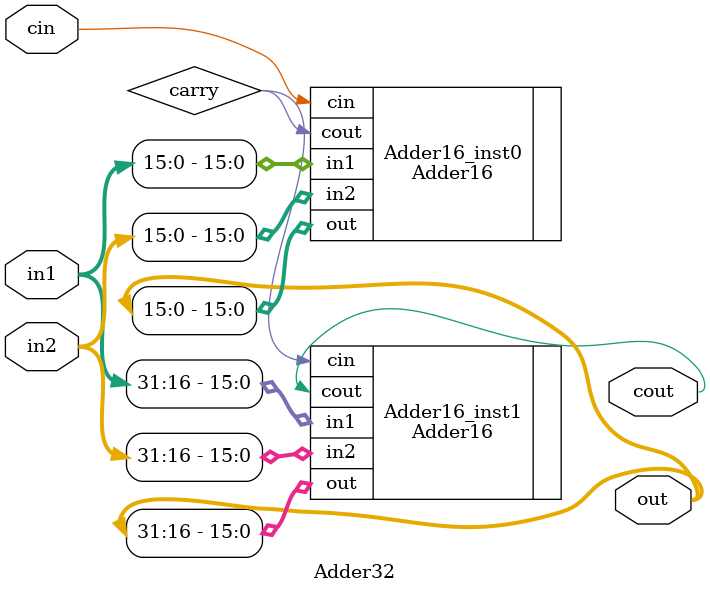
<source format=v>
`timescale 1ns / 1ps

module Adder32 (  //三十二位超前进位快速加法器
    input         cin,
    input  [31:0] in1,
    input  [31:0] in2,
    output [31:0] out,
    output        cout
);
  wire carry;
  Adder16 Adder16_inst0 (
      .cin (cin),
      .in1 (in1[15:0]),
      .in2 (in2[15:0]),
      .out (out[15:0]),
      .cout(carry)
  );
  Adder16 Adder16_inst1 (
      .cin (carry),
      .in1 (in1[31:16]),
      .in2 (in2[31:16]),
      .out (out[31:16]),
      .cout(cout)
  );
endmodule

</source>
